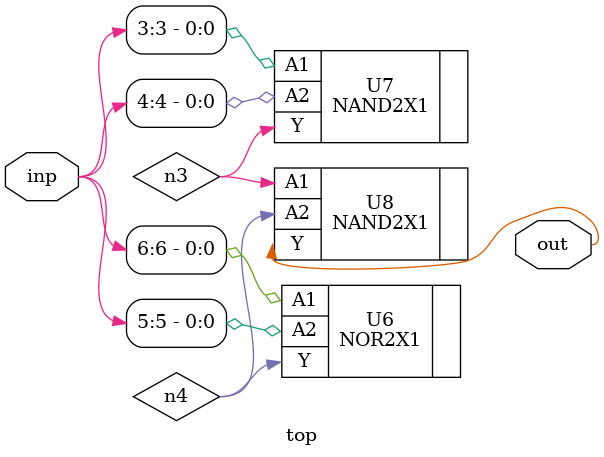
<source format=sv>


module top ( inp, out );
  input [6:0] inp;
  output out;
  wire   n3, n4;

  NOR2X1 U6 ( .A1(inp[6]), .A2(inp[5]), .Y(n4) );
  NAND2X1 U7 ( .A1(inp[3]), .A2(inp[4]), .Y(n3) );
  NAND2X1 U8 ( .A1(n3), .A2(n4), .Y(out) );
endmodule


</source>
